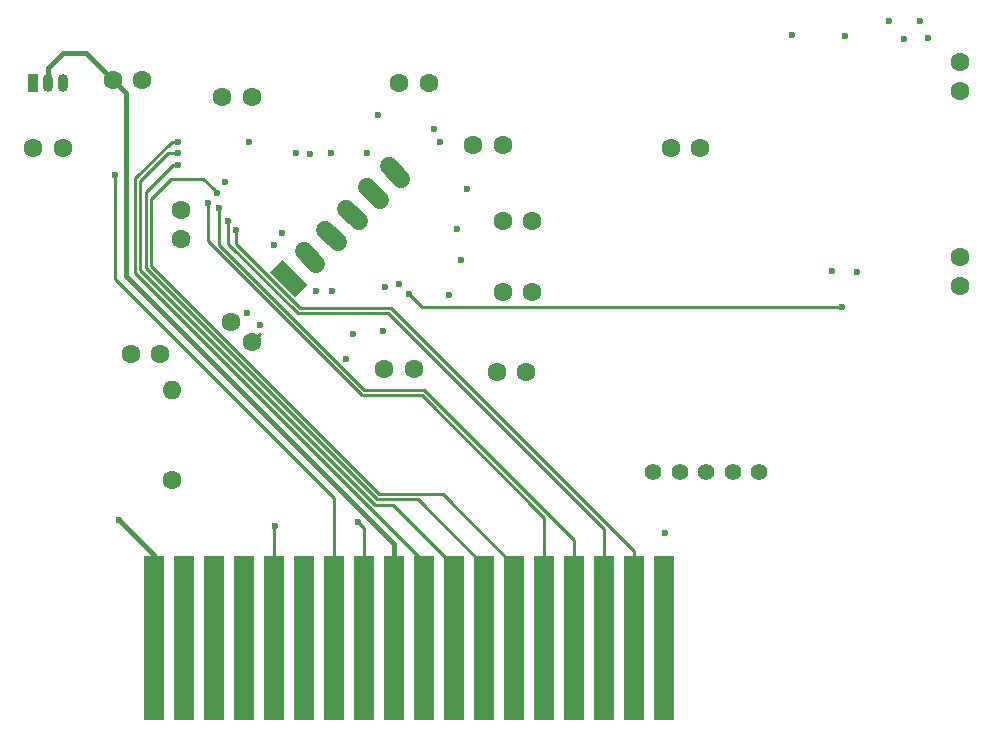
<source format=gbl>
G04 #@! TF.FileFunction,Copper,L4,Bot,Signal*
%FSLAX46Y46*%
G04 Gerber Fmt 4.6, Leading zero omitted, Abs format (unit mm)*
G04 Created by KiCad (PCBNEW 4.0.7) date 12/03/18 22:41:55*
%MOMM*%
%LPD*%
G01*
G04 APERTURE LIST*
%ADD10C,0.100000*%
%ADD11R,1.780000X14.000000*%
%ADD12C,1.510000*%
%ADD13O,0.900000X1.500000*%
%ADD14R,0.900000X1.500000*%
%ADD15C,1.400000*%
%ADD16C,1.600000*%
%ADD17O,1.600000X1.600000*%
%ADD18C,0.600000*%
%ADD19C,0.250000*%
%ADD20C,0.400000*%
G04 APERTURE END LIST*
D10*
D11*
X164180000Y-128000000D03*
X161640000Y-128000000D03*
X159100000Y-128000000D03*
X156560000Y-128000000D03*
X154020000Y-128000000D03*
X151480000Y-128000000D03*
X148940000Y-128000000D03*
X146400000Y-128000000D03*
X143860000Y-128000000D03*
X141320000Y-128000000D03*
X138780000Y-128000000D03*
X136240000Y-128000000D03*
X133700000Y-128000000D03*
X131160000Y-128000000D03*
X128620000Y-128000000D03*
X126080000Y-128000000D03*
X123540000Y-128000000D03*
X121000000Y-128000000D03*
D10*
G36*
X132938228Y-99190163D02*
X130809837Y-97061772D01*
X131877568Y-95994041D01*
X134005959Y-98122432D01*
X132938228Y-99190163D01*
X132938228Y-99190163D01*
G37*
D12*
X133673619Y-95265721D02*
X134734279Y-96326381D01*
X135469670Y-93469670D02*
X136530330Y-94530330D01*
X137265722Y-91673618D02*
X138326382Y-92734278D01*
X139061773Y-89877567D02*
X140122433Y-90938227D01*
X140857824Y-88081516D02*
X141918484Y-89142176D01*
D13*
X112000000Y-81000000D03*
X113270000Y-81000000D03*
D14*
X110730000Y-81000000D03*
D15*
X165500000Y-114000000D03*
X167750000Y-114000000D03*
X170000000Y-114000000D03*
X172250000Y-114000000D03*
X163250000Y-114000000D03*
D16*
X189250000Y-98250000D03*
X189250000Y-95750000D03*
X189250000Y-79250000D03*
X189250000Y-81750000D03*
X121500000Y-104000000D03*
X119000000Y-104000000D03*
X122500000Y-114620000D03*
D17*
X122500000Y-107000000D03*
D16*
X113250000Y-86500000D03*
X110750000Y-86500000D03*
X117500000Y-80750000D03*
X120000000Y-80750000D03*
X126750000Y-82250000D03*
X129250000Y-82250000D03*
X141750000Y-81000000D03*
X144250000Y-81000000D03*
X148000000Y-86250000D03*
X150500000Y-86250000D03*
X150500000Y-98750000D03*
X153000000Y-98750000D03*
X150000000Y-105500000D03*
X152500000Y-105500000D03*
X140500000Y-105250000D03*
X143000000Y-105250000D03*
X127482233Y-101232233D03*
X129250000Y-103000000D03*
X123250000Y-94250000D03*
X123250000Y-91750000D03*
X164750000Y-86500000D03*
X167250000Y-86500000D03*
X150500000Y-92750000D03*
X153000000Y-92750000D03*
D18*
X136048187Y-98617047D03*
X128867323Y-100544016D03*
X137874990Y-102289841D03*
X131818934Y-93739173D03*
X178365644Y-96911871D03*
X140542554Y-98335716D03*
X145163471Y-86059885D03*
X134221457Y-87006163D03*
X136000000Y-87000000D03*
X139000000Y-87000000D03*
X146647113Y-93365248D03*
X186504710Y-77250361D03*
X179496256Y-77014121D03*
X134669627Y-98661472D03*
X147477277Y-89974786D03*
X129965568Y-101488506D03*
X183233692Y-75758482D03*
X185818194Y-75806343D03*
X141730825Y-98031133D03*
X131154388Y-94723500D03*
X126977540Y-89377295D03*
X144674017Y-84961333D03*
X139975553Y-83778773D03*
X164248305Y-119141288D03*
X133000000Y-87000000D03*
X147000000Y-96000000D03*
X146000000Y-99000000D03*
X129000000Y-86000000D03*
X118000000Y-118000000D03*
X180506838Y-97044952D03*
X184496669Y-77289734D03*
X175000000Y-77000000D03*
X127966763Y-93462315D03*
X127263886Y-92693544D03*
X126517080Y-91617265D03*
X125572590Y-91199932D03*
X126346650Y-90344519D03*
X123000000Y-88000000D03*
X123000000Y-87000000D03*
X123000000Y-86000000D03*
X117687194Y-88849688D03*
X138246332Y-118165789D03*
X140396325Y-101993799D03*
X137215812Y-104363006D03*
X131250000Y-118500000D03*
X179250000Y-100000000D03*
X142614179Y-98901302D03*
D19*
X164750000Y-86500000D02*
X164500000Y-86500000D01*
X129965568Y-102284432D02*
X129250000Y-103000000D01*
D20*
X121000000Y-121890000D02*
X121000000Y-121002242D01*
X121000000Y-121002242D02*
X118000000Y-118002242D01*
X118000000Y-118002242D02*
X118000000Y-118000000D01*
D19*
X121000000Y-128000000D02*
X121000000Y-121890000D01*
X110730000Y-81000000D02*
X110730000Y-81300000D01*
D20*
X141320000Y-128000000D02*
X141320000Y-120093004D01*
X141320000Y-120093004D02*
X118609720Y-97382724D01*
X118609720Y-97382724D02*
X118609720Y-81859720D01*
X118609720Y-81859720D02*
X118299999Y-81549999D01*
X118299999Y-81549999D02*
X117500000Y-80750000D01*
X112000000Y-81000000D02*
X112000000Y-79756181D01*
X115205576Y-78455576D02*
X117500000Y-80750000D01*
X113300605Y-78455576D02*
X115205576Y-78455576D01*
X112000000Y-79756181D02*
X113300605Y-78455576D01*
D19*
X117500000Y-80072406D02*
X117500000Y-80750000D01*
X161640000Y-120697006D02*
X141017983Y-100074989D01*
X161640000Y-128000000D02*
X161640000Y-120697006D01*
X141017983Y-100074989D02*
X133363419Y-100074989D01*
X127966763Y-94678333D02*
X127966763Y-93886579D01*
X127966763Y-93886579D02*
X127966763Y-93462315D01*
X133363419Y-100074989D02*
X127966763Y-94678333D01*
X159100000Y-118793417D02*
X140831583Y-100525000D01*
X127263886Y-94633385D02*
X127263886Y-93117808D01*
X159100000Y-128000000D02*
X159100000Y-118793417D01*
X140831583Y-100525000D02*
X133155501Y-100525000D01*
X127263886Y-93117808D02*
X127263886Y-92693544D01*
X133155501Y-100525000D02*
X127263886Y-94633385D01*
X126517080Y-94738757D02*
X126517080Y-92041529D01*
X138784415Y-107006092D02*
X126517080Y-94738757D01*
X143823505Y-107006092D02*
X138784415Y-107006092D01*
X156560000Y-128000000D02*
X156560000Y-119742587D01*
X156560000Y-119742587D02*
X143823505Y-107006092D01*
X126517080Y-92041529D02*
X126517080Y-91617265D01*
X154020000Y-121890000D02*
X154020000Y-117838998D01*
X138598015Y-107456103D02*
X125572590Y-94430678D01*
X154020000Y-117838998D02*
X143637105Y-107456103D01*
X143637105Y-107456103D02*
X138598015Y-107456103D01*
X125572590Y-94430678D02*
X125572590Y-91624196D01*
X125572590Y-91624196D02*
X125572590Y-91199932D01*
X154020000Y-121890000D02*
X154127123Y-121782877D01*
X154020000Y-128000000D02*
X154020000Y-121890000D01*
X122396748Y-89165539D02*
X125167670Y-89165539D01*
X120740314Y-90821973D02*
X122396748Y-89165539D01*
X151480000Y-121890000D02*
X145415001Y-115825001D01*
X126046651Y-90044520D02*
X126346650Y-90344519D01*
X151480000Y-128000000D02*
X151480000Y-121890000D01*
X145415001Y-115825001D02*
X140042575Y-115825001D01*
X140042575Y-115825001D02*
X120740314Y-96522740D01*
X120740314Y-96522740D02*
X120740314Y-90821973D01*
X125167670Y-89165539D02*
X126046651Y-90044520D01*
X120290303Y-90285433D02*
X122575736Y-88000000D01*
X122575736Y-88000000D02*
X123000000Y-88000000D01*
X148940000Y-128000000D02*
X148940000Y-121890000D01*
X143325012Y-116275012D02*
X139856176Y-116275012D01*
X148940000Y-121890000D02*
X143325012Y-116275012D01*
X120290303Y-96709139D02*
X120290303Y-90285433D01*
X139856176Y-116275012D02*
X120290303Y-96709139D01*
X122575736Y-87000000D02*
X123000000Y-87000000D01*
X119840292Y-89289018D02*
X122129310Y-87000000D01*
X139669777Y-116725023D02*
X119840292Y-96895538D01*
X141235023Y-116725023D02*
X139669777Y-116725023D01*
X146400000Y-128000000D02*
X146400000Y-121890000D01*
X122129310Y-87000000D02*
X122575736Y-87000000D01*
X119840292Y-96895538D02*
X119840292Y-89289018D01*
X146400000Y-121890000D02*
X141235023Y-116725023D01*
X143860000Y-128000000D02*
X143860000Y-121551656D01*
X119390281Y-89102618D02*
X122492899Y-86000000D01*
X119390281Y-97081937D02*
X119390281Y-89102618D01*
X143860000Y-121551656D02*
X119390281Y-97081937D01*
X122492899Y-86000000D02*
X122575736Y-86000000D01*
X122575736Y-86000000D02*
X123000000Y-86000000D01*
X136240000Y-128000000D02*
X136240000Y-116161936D01*
X136240000Y-116161936D02*
X117687194Y-97609130D01*
X117687194Y-97609130D02*
X117687194Y-89273952D01*
X117687194Y-89273952D02*
X117687194Y-88849688D01*
X138546331Y-118465788D02*
X138246332Y-118165789D01*
X138780000Y-118699457D02*
X138546331Y-118465788D01*
X138780000Y-128000000D02*
X138780000Y-118699457D01*
X131160000Y-118590000D02*
X131250000Y-118500000D01*
X131160000Y-128000000D02*
X131160000Y-118590000D01*
X179051164Y-100000000D02*
X179250000Y-100000000D01*
X179051164Y-100000000D02*
X143712877Y-100000000D01*
X143712877Y-100000000D02*
X142914178Y-99201301D01*
X142914178Y-99201301D02*
X142614179Y-98901302D01*
M02*

</source>
